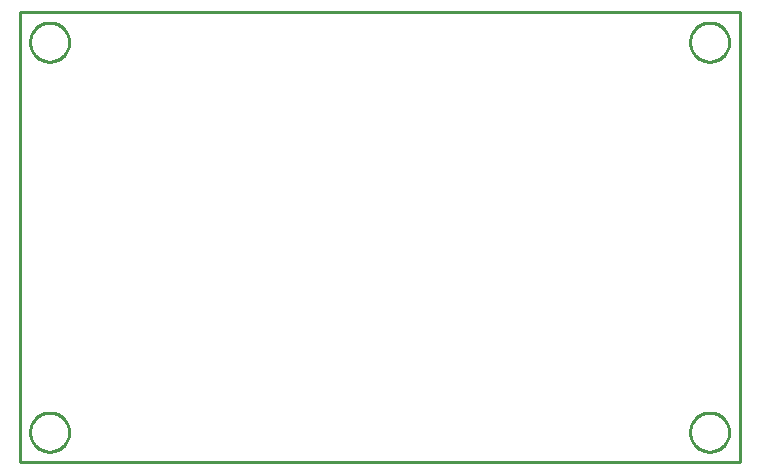
<source format=gko>
G04 EAGLE Gerber RS-274X export*
G75*
%MOMM*%
%FSLAX34Y34*%
%LPD*%
%IN*%
%IPPOS*%
%AMOC8*
5,1,8,0,0,1.08239X$1,22.5*%
G01*
%ADD10C,0.203200*%
%ADD11C,0.000000*%
%ADD12C,0.254000*%


D10*
X0Y381000D02*
X609600Y381000D01*
X609600Y0D01*
X0Y0D01*
X0Y381000D01*
D11*
X8890Y25400D02*
X8895Y25805D01*
X8910Y26210D01*
X8935Y26615D01*
X8970Y27018D01*
X9014Y27421D01*
X9069Y27823D01*
X9133Y28223D01*
X9207Y28621D01*
X9291Y29017D01*
X9385Y29412D01*
X9488Y29803D01*
X9601Y30193D01*
X9723Y30579D01*
X9855Y30962D01*
X9996Y31342D01*
X10147Y31718D01*
X10306Y32091D01*
X10475Y32459D01*
X10653Y32823D01*
X10839Y33183D01*
X11035Y33538D01*
X11239Y33888D01*
X11451Y34233D01*
X11672Y34572D01*
X11902Y34907D01*
X12139Y35235D01*
X12384Y35557D01*
X12638Y35874D01*
X12898Y36184D01*
X13167Y36487D01*
X13443Y36784D01*
X13726Y37074D01*
X14016Y37357D01*
X14313Y37633D01*
X14616Y37902D01*
X14926Y38162D01*
X15243Y38416D01*
X15565Y38661D01*
X15893Y38898D01*
X16228Y39128D01*
X16567Y39349D01*
X16912Y39561D01*
X17262Y39765D01*
X17617Y39961D01*
X17977Y40147D01*
X18341Y40325D01*
X18709Y40494D01*
X19082Y40653D01*
X19458Y40804D01*
X19838Y40945D01*
X20221Y41077D01*
X20607Y41199D01*
X20997Y41312D01*
X21388Y41415D01*
X21783Y41509D01*
X22179Y41593D01*
X22577Y41667D01*
X22977Y41731D01*
X23379Y41786D01*
X23782Y41830D01*
X24185Y41865D01*
X24590Y41890D01*
X24995Y41905D01*
X25400Y41910D01*
X25805Y41905D01*
X26210Y41890D01*
X26615Y41865D01*
X27018Y41830D01*
X27421Y41786D01*
X27823Y41731D01*
X28223Y41667D01*
X28621Y41593D01*
X29017Y41509D01*
X29412Y41415D01*
X29803Y41312D01*
X30193Y41199D01*
X30579Y41077D01*
X30962Y40945D01*
X31342Y40804D01*
X31718Y40653D01*
X32091Y40494D01*
X32459Y40325D01*
X32823Y40147D01*
X33183Y39961D01*
X33538Y39765D01*
X33888Y39561D01*
X34233Y39349D01*
X34572Y39128D01*
X34907Y38898D01*
X35235Y38661D01*
X35557Y38416D01*
X35874Y38162D01*
X36184Y37902D01*
X36487Y37633D01*
X36784Y37357D01*
X37074Y37074D01*
X37357Y36784D01*
X37633Y36487D01*
X37902Y36184D01*
X38162Y35874D01*
X38416Y35557D01*
X38661Y35235D01*
X38898Y34907D01*
X39128Y34572D01*
X39349Y34233D01*
X39561Y33888D01*
X39765Y33538D01*
X39961Y33183D01*
X40147Y32823D01*
X40325Y32459D01*
X40494Y32091D01*
X40653Y31718D01*
X40804Y31342D01*
X40945Y30962D01*
X41077Y30579D01*
X41199Y30193D01*
X41312Y29803D01*
X41415Y29412D01*
X41509Y29017D01*
X41593Y28621D01*
X41667Y28223D01*
X41731Y27823D01*
X41786Y27421D01*
X41830Y27018D01*
X41865Y26615D01*
X41890Y26210D01*
X41905Y25805D01*
X41910Y25400D01*
X41905Y24995D01*
X41890Y24590D01*
X41865Y24185D01*
X41830Y23782D01*
X41786Y23379D01*
X41731Y22977D01*
X41667Y22577D01*
X41593Y22179D01*
X41509Y21783D01*
X41415Y21388D01*
X41312Y20997D01*
X41199Y20607D01*
X41077Y20221D01*
X40945Y19838D01*
X40804Y19458D01*
X40653Y19082D01*
X40494Y18709D01*
X40325Y18341D01*
X40147Y17977D01*
X39961Y17617D01*
X39765Y17262D01*
X39561Y16912D01*
X39349Y16567D01*
X39128Y16228D01*
X38898Y15893D01*
X38661Y15565D01*
X38416Y15243D01*
X38162Y14926D01*
X37902Y14616D01*
X37633Y14313D01*
X37357Y14016D01*
X37074Y13726D01*
X36784Y13443D01*
X36487Y13167D01*
X36184Y12898D01*
X35874Y12638D01*
X35557Y12384D01*
X35235Y12139D01*
X34907Y11902D01*
X34572Y11672D01*
X34233Y11451D01*
X33888Y11239D01*
X33538Y11035D01*
X33183Y10839D01*
X32823Y10653D01*
X32459Y10475D01*
X32091Y10306D01*
X31718Y10147D01*
X31342Y9996D01*
X30962Y9855D01*
X30579Y9723D01*
X30193Y9601D01*
X29803Y9488D01*
X29412Y9385D01*
X29017Y9291D01*
X28621Y9207D01*
X28223Y9133D01*
X27823Y9069D01*
X27421Y9014D01*
X27018Y8970D01*
X26615Y8935D01*
X26210Y8910D01*
X25805Y8895D01*
X25400Y8890D01*
X24995Y8895D01*
X24590Y8910D01*
X24185Y8935D01*
X23782Y8970D01*
X23379Y9014D01*
X22977Y9069D01*
X22577Y9133D01*
X22179Y9207D01*
X21783Y9291D01*
X21388Y9385D01*
X20997Y9488D01*
X20607Y9601D01*
X20221Y9723D01*
X19838Y9855D01*
X19458Y9996D01*
X19082Y10147D01*
X18709Y10306D01*
X18341Y10475D01*
X17977Y10653D01*
X17617Y10839D01*
X17262Y11035D01*
X16912Y11239D01*
X16567Y11451D01*
X16228Y11672D01*
X15893Y11902D01*
X15565Y12139D01*
X15243Y12384D01*
X14926Y12638D01*
X14616Y12898D01*
X14313Y13167D01*
X14016Y13443D01*
X13726Y13726D01*
X13443Y14016D01*
X13167Y14313D01*
X12898Y14616D01*
X12638Y14926D01*
X12384Y15243D01*
X12139Y15565D01*
X11902Y15893D01*
X11672Y16228D01*
X11451Y16567D01*
X11239Y16912D01*
X11035Y17262D01*
X10839Y17617D01*
X10653Y17977D01*
X10475Y18341D01*
X10306Y18709D01*
X10147Y19082D01*
X9996Y19458D01*
X9855Y19838D01*
X9723Y20221D01*
X9601Y20607D01*
X9488Y20997D01*
X9385Y21388D01*
X9291Y21783D01*
X9207Y22179D01*
X9133Y22577D01*
X9069Y22977D01*
X9014Y23379D01*
X8970Y23782D01*
X8935Y24185D01*
X8910Y24590D01*
X8895Y24995D01*
X8890Y25400D01*
X567690Y25400D02*
X567695Y25805D01*
X567710Y26210D01*
X567735Y26615D01*
X567770Y27018D01*
X567814Y27421D01*
X567869Y27823D01*
X567933Y28223D01*
X568007Y28621D01*
X568091Y29017D01*
X568185Y29412D01*
X568288Y29803D01*
X568401Y30193D01*
X568523Y30579D01*
X568655Y30962D01*
X568796Y31342D01*
X568947Y31718D01*
X569106Y32091D01*
X569275Y32459D01*
X569453Y32823D01*
X569639Y33183D01*
X569835Y33538D01*
X570039Y33888D01*
X570251Y34233D01*
X570472Y34572D01*
X570702Y34907D01*
X570939Y35235D01*
X571184Y35557D01*
X571438Y35874D01*
X571698Y36184D01*
X571967Y36487D01*
X572243Y36784D01*
X572526Y37074D01*
X572816Y37357D01*
X573113Y37633D01*
X573416Y37902D01*
X573726Y38162D01*
X574043Y38416D01*
X574365Y38661D01*
X574693Y38898D01*
X575028Y39128D01*
X575367Y39349D01*
X575712Y39561D01*
X576062Y39765D01*
X576417Y39961D01*
X576777Y40147D01*
X577141Y40325D01*
X577509Y40494D01*
X577882Y40653D01*
X578258Y40804D01*
X578638Y40945D01*
X579021Y41077D01*
X579407Y41199D01*
X579797Y41312D01*
X580188Y41415D01*
X580583Y41509D01*
X580979Y41593D01*
X581377Y41667D01*
X581777Y41731D01*
X582179Y41786D01*
X582582Y41830D01*
X582985Y41865D01*
X583390Y41890D01*
X583795Y41905D01*
X584200Y41910D01*
X584605Y41905D01*
X585010Y41890D01*
X585415Y41865D01*
X585818Y41830D01*
X586221Y41786D01*
X586623Y41731D01*
X587023Y41667D01*
X587421Y41593D01*
X587817Y41509D01*
X588212Y41415D01*
X588603Y41312D01*
X588993Y41199D01*
X589379Y41077D01*
X589762Y40945D01*
X590142Y40804D01*
X590518Y40653D01*
X590891Y40494D01*
X591259Y40325D01*
X591623Y40147D01*
X591983Y39961D01*
X592338Y39765D01*
X592688Y39561D01*
X593033Y39349D01*
X593372Y39128D01*
X593707Y38898D01*
X594035Y38661D01*
X594357Y38416D01*
X594674Y38162D01*
X594984Y37902D01*
X595287Y37633D01*
X595584Y37357D01*
X595874Y37074D01*
X596157Y36784D01*
X596433Y36487D01*
X596702Y36184D01*
X596962Y35874D01*
X597216Y35557D01*
X597461Y35235D01*
X597698Y34907D01*
X597928Y34572D01*
X598149Y34233D01*
X598361Y33888D01*
X598565Y33538D01*
X598761Y33183D01*
X598947Y32823D01*
X599125Y32459D01*
X599294Y32091D01*
X599453Y31718D01*
X599604Y31342D01*
X599745Y30962D01*
X599877Y30579D01*
X599999Y30193D01*
X600112Y29803D01*
X600215Y29412D01*
X600309Y29017D01*
X600393Y28621D01*
X600467Y28223D01*
X600531Y27823D01*
X600586Y27421D01*
X600630Y27018D01*
X600665Y26615D01*
X600690Y26210D01*
X600705Y25805D01*
X600710Y25400D01*
X600705Y24995D01*
X600690Y24590D01*
X600665Y24185D01*
X600630Y23782D01*
X600586Y23379D01*
X600531Y22977D01*
X600467Y22577D01*
X600393Y22179D01*
X600309Y21783D01*
X600215Y21388D01*
X600112Y20997D01*
X599999Y20607D01*
X599877Y20221D01*
X599745Y19838D01*
X599604Y19458D01*
X599453Y19082D01*
X599294Y18709D01*
X599125Y18341D01*
X598947Y17977D01*
X598761Y17617D01*
X598565Y17262D01*
X598361Y16912D01*
X598149Y16567D01*
X597928Y16228D01*
X597698Y15893D01*
X597461Y15565D01*
X597216Y15243D01*
X596962Y14926D01*
X596702Y14616D01*
X596433Y14313D01*
X596157Y14016D01*
X595874Y13726D01*
X595584Y13443D01*
X595287Y13167D01*
X594984Y12898D01*
X594674Y12638D01*
X594357Y12384D01*
X594035Y12139D01*
X593707Y11902D01*
X593372Y11672D01*
X593033Y11451D01*
X592688Y11239D01*
X592338Y11035D01*
X591983Y10839D01*
X591623Y10653D01*
X591259Y10475D01*
X590891Y10306D01*
X590518Y10147D01*
X590142Y9996D01*
X589762Y9855D01*
X589379Y9723D01*
X588993Y9601D01*
X588603Y9488D01*
X588212Y9385D01*
X587817Y9291D01*
X587421Y9207D01*
X587023Y9133D01*
X586623Y9069D01*
X586221Y9014D01*
X585818Y8970D01*
X585415Y8935D01*
X585010Y8910D01*
X584605Y8895D01*
X584200Y8890D01*
X583795Y8895D01*
X583390Y8910D01*
X582985Y8935D01*
X582582Y8970D01*
X582179Y9014D01*
X581777Y9069D01*
X581377Y9133D01*
X580979Y9207D01*
X580583Y9291D01*
X580188Y9385D01*
X579797Y9488D01*
X579407Y9601D01*
X579021Y9723D01*
X578638Y9855D01*
X578258Y9996D01*
X577882Y10147D01*
X577509Y10306D01*
X577141Y10475D01*
X576777Y10653D01*
X576417Y10839D01*
X576062Y11035D01*
X575712Y11239D01*
X575367Y11451D01*
X575028Y11672D01*
X574693Y11902D01*
X574365Y12139D01*
X574043Y12384D01*
X573726Y12638D01*
X573416Y12898D01*
X573113Y13167D01*
X572816Y13443D01*
X572526Y13726D01*
X572243Y14016D01*
X571967Y14313D01*
X571698Y14616D01*
X571438Y14926D01*
X571184Y15243D01*
X570939Y15565D01*
X570702Y15893D01*
X570472Y16228D01*
X570251Y16567D01*
X570039Y16912D01*
X569835Y17262D01*
X569639Y17617D01*
X569453Y17977D01*
X569275Y18341D01*
X569106Y18709D01*
X568947Y19082D01*
X568796Y19458D01*
X568655Y19838D01*
X568523Y20221D01*
X568401Y20607D01*
X568288Y20997D01*
X568185Y21388D01*
X568091Y21783D01*
X568007Y22179D01*
X567933Y22577D01*
X567869Y22977D01*
X567814Y23379D01*
X567770Y23782D01*
X567735Y24185D01*
X567710Y24590D01*
X567695Y24995D01*
X567690Y25400D01*
X567690Y355600D02*
X567695Y356005D01*
X567710Y356410D01*
X567735Y356815D01*
X567770Y357218D01*
X567814Y357621D01*
X567869Y358023D01*
X567933Y358423D01*
X568007Y358821D01*
X568091Y359217D01*
X568185Y359612D01*
X568288Y360003D01*
X568401Y360393D01*
X568523Y360779D01*
X568655Y361162D01*
X568796Y361542D01*
X568947Y361918D01*
X569106Y362291D01*
X569275Y362659D01*
X569453Y363023D01*
X569639Y363383D01*
X569835Y363738D01*
X570039Y364088D01*
X570251Y364433D01*
X570472Y364772D01*
X570702Y365107D01*
X570939Y365435D01*
X571184Y365757D01*
X571438Y366074D01*
X571698Y366384D01*
X571967Y366687D01*
X572243Y366984D01*
X572526Y367274D01*
X572816Y367557D01*
X573113Y367833D01*
X573416Y368102D01*
X573726Y368362D01*
X574043Y368616D01*
X574365Y368861D01*
X574693Y369098D01*
X575028Y369328D01*
X575367Y369549D01*
X575712Y369761D01*
X576062Y369965D01*
X576417Y370161D01*
X576777Y370347D01*
X577141Y370525D01*
X577509Y370694D01*
X577882Y370853D01*
X578258Y371004D01*
X578638Y371145D01*
X579021Y371277D01*
X579407Y371399D01*
X579797Y371512D01*
X580188Y371615D01*
X580583Y371709D01*
X580979Y371793D01*
X581377Y371867D01*
X581777Y371931D01*
X582179Y371986D01*
X582582Y372030D01*
X582985Y372065D01*
X583390Y372090D01*
X583795Y372105D01*
X584200Y372110D01*
X584605Y372105D01*
X585010Y372090D01*
X585415Y372065D01*
X585818Y372030D01*
X586221Y371986D01*
X586623Y371931D01*
X587023Y371867D01*
X587421Y371793D01*
X587817Y371709D01*
X588212Y371615D01*
X588603Y371512D01*
X588993Y371399D01*
X589379Y371277D01*
X589762Y371145D01*
X590142Y371004D01*
X590518Y370853D01*
X590891Y370694D01*
X591259Y370525D01*
X591623Y370347D01*
X591983Y370161D01*
X592338Y369965D01*
X592688Y369761D01*
X593033Y369549D01*
X593372Y369328D01*
X593707Y369098D01*
X594035Y368861D01*
X594357Y368616D01*
X594674Y368362D01*
X594984Y368102D01*
X595287Y367833D01*
X595584Y367557D01*
X595874Y367274D01*
X596157Y366984D01*
X596433Y366687D01*
X596702Y366384D01*
X596962Y366074D01*
X597216Y365757D01*
X597461Y365435D01*
X597698Y365107D01*
X597928Y364772D01*
X598149Y364433D01*
X598361Y364088D01*
X598565Y363738D01*
X598761Y363383D01*
X598947Y363023D01*
X599125Y362659D01*
X599294Y362291D01*
X599453Y361918D01*
X599604Y361542D01*
X599745Y361162D01*
X599877Y360779D01*
X599999Y360393D01*
X600112Y360003D01*
X600215Y359612D01*
X600309Y359217D01*
X600393Y358821D01*
X600467Y358423D01*
X600531Y358023D01*
X600586Y357621D01*
X600630Y357218D01*
X600665Y356815D01*
X600690Y356410D01*
X600705Y356005D01*
X600710Y355600D01*
X600705Y355195D01*
X600690Y354790D01*
X600665Y354385D01*
X600630Y353982D01*
X600586Y353579D01*
X600531Y353177D01*
X600467Y352777D01*
X600393Y352379D01*
X600309Y351983D01*
X600215Y351588D01*
X600112Y351197D01*
X599999Y350807D01*
X599877Y350421D01*
X599745Y350038D01*
X599604Y349658D01*
X599453Y349282D01*
X599294Y348909D01*
X599125Y348541D01*
X598947Y348177D01*
X598761Y347817D01*
X598565Y347462D01*
X598361Y347112D01*
X598149Y346767D01*
X597928Y346428D01*
X597698Y346093D01*
X597461Y345765D01*
X597216Y345443D01*
X596962Y345126D01*
X596702Y344816D01*
X596433Y344513D01*
X596157Y344216D01*
X595874Y343926D01*
X595584Y343643D01*
X595287Y343367D01*
X594984Y343098D01*
X594674Y342838D01*
X594357Y342584D01*
X594035Y342339D01*
X593707Y342102D01*
X593372Y341872D01*
X593033Y341651D01*
X592688Y341439D01*
X592338Y341235D01*
X591983Y341039D01*
X591623Y340853D01*
X591259Y340675D01*
X590891Y340506D01*
X590518Y340347D01*
X590142Y340196D01*
X589762Y340055D01*
X589379Y339923D01*
X588993Y339801D01*
X588603Y339688D01*
X588212Y339585D01*
X587817Y339491D01*
X587421Y339407D01*
X587023Y339333D01*
X586623Y339269D01*
X586221Y339214D01*
X585818Y339170D01*
X585415Y339135D01*
X585010Y339110D01*
X584605Y339095D01*
X584200Y339090D01*
X583795Y339095D01*
X583390Y339110D01*
X582985Y339135D01*
X582582Y339170D01*
X582179Y339214D01*
X581777Y339269D01*
X581377Y339333D01*
X580979Y339407D01*
X580583Y339491D01*
X580188Y339585D01*
X579797Y339688D01*
X579407Y339801D01*
X579021Y339923D01*
X578638Y340055D01*
X578258Y340196D01*
X577882Y340347D01*
X577509Y340506D01*
X577141Y340675D01*
X576777Y340853D01*
X576417Y341039D01*
X576062Y341235D01*
X575712Y341439D01*
X575367Y341651D01*
X575028Y341872D01*
X574693Y342102D01*
X574365Y342339D01*
X574043Y342584D01*
X573726Y342838D01*
X573416Y343098D01*
X573113Y343367D01*
X572816Y343643D01*
X572526Y343926D01*
X572243Y344216D01*
X571967Y344513D01*
X571698Y344816D01*
X571438Y345126D01*
X571184Y345443D01*
X570939Y345765D01*
X570702Y346093D01*
X570472Y346428D01*
X570251Y346767D01*
X570039Y347112D01*
X569835Y347462D01*
X569639Y347817D01*
X569453Y348177D01*
X569275Y348541D01*
X569106Y348909D01*
X568947Y349282D01*
X568796Y349658D01*
X568655Y350038D01*
X568523Y350421D01*
X568401Y350807D01*
X568288Y351197D01*
X568185Y351588D01*
X568091Y351983D01*
X568007Y352379D01*
X567933Y352777D01*
X567869Y353177D01*
X567814Y353579D01*
X567770Y353982D01*
X567735Y354385D01*
X567710Y354790D01*
X567695Y355195D01*
X567690Y355600D01*
X8890Y355600D02*
X8895Y356005D01*
X8910Y356410D01*
X8935Y356815D01*
X8970Y357218D01*
X9014Y357621D01*
X9069Y358023D01*
X9133Y358423D01*
X9207Y358821D01*
X9291Y359217D01*
X9385Y359612D01*
X9488Y360003D01*
X9601Y360393D01*
X9723Y360779D01*
X9855Y361162D01*
X9996Y361542D01*
X10147Y361918D01*
X10306Y362291D01*
X10475Y362659D01*
X10653Y363023D01*
X10839Y363383D01*
X11035Y363738D01*
X11239Y364088D01*
X11451Y364433D01*
X11672Y364772D01*
X11902Y365107D01*
X12139Y365435D01*
X12384Y365757D01*
X12638Y366074D01*
X12898Y366384D01*
X13167Y366687D01*
X13443Y366984D01*
X13726Y367274D01*
X14016Y367557D01*
X14313Y367833D01*
X14616Y368102D01*
X14926Y368362D01*
X15243Y368616D01*
X15565Y368861D01*
X15893Y369098D01*
X16228Y369328D01*
X16567Y369549D01*
X16912Y369761D01*
X17262Y369965D01*
X17617Y370161D01*
X17977Y370347D01*
X18341Y370525D01*
X18709Y370694D01*
X19082Y370853D01*
X19458Y371004D01*
X19838Y371145D01*
X20221Y371277D01*
X20607Y371399D01*
X20997Y371512D01*
X21388Y371615D01*
X21783Y371709D01*
X22179Y371793D01*
X22577Y371867D01*
X22977Y371931D01*
X23379Y371986D01*
X23782Y372030D01*
X24185Y372065D01*
X24590Y372090D01*
X24995Y372105D01*
X25400Y372110D01*
X25805Y372105D01*
X26210Y372090D01*
X26615Y372065D01*
X27018Y372030D01*
X27421Y371986D01*
X27823Y371931D01*
X28223Y371867D01*
X28621Y371793D01*
X29017Y371709D01*
X29412Y371615D01*
X29803Y371512D01*
X30193Y371399D01*
X30579Y371277D01*
X30962Y371145D01*
X31342Y371004D01*
X31718Y370853D01*
X32091Y370694D01*
X32459Y370525D01*
X32823Y370347D01*
X33183Y370161D01*
X33538Y369965D01*
X33888Y369761D01*
X34233Y369549D01*
X34572Y369328D01*
X34907Y369098D01*
X35235Y368861D01*
X35557Y368616D01*
X35874Y368362D01*
X36184Y368102D01*
X36487Y367833D01*
X36784Y367557D01*
X37074Y367274D01*
X37357Y366984D01*
X37633Y366687D01*
X37902Y366384D01*
X38162Y366074D01*
X38416Y365757D01*
X38661Y365435D01*
X38898Y365107D01*
X39128Y364772D01*
X39349Y364433D01*
X39561Y364088D01*
X39765Y363738D01*
X39961Y363383D01*
X40147Y363023D01*
X40325Y362659D01*
X40494Y362291D01*
X40653Y361918D01*
X40804Y361542D01*
X40945Y361162D01*
X41077Y360779D01*
X41199Y360393D01*
X41312Y360003D01*
X41415Y359612D01*
X41509Y359217D01*
X41593Y358821D01*
X41667Y358423D01*
X41731Y358023D01*
X41786Y357621D01*
X41830Y357218D01*
X41865Y356815D01*
X41890Y356410D01*
X41905Y356005D01*
X41910Y355600D01*
X41905Y355195D01*
X41890Y354790D01*
X41865Y354385D01*
X41830Y353982D01*
X41786Y353579D01*
X41731Y353177D01*
X41667Y352777D01*
X41593Y352379D01*
X41509Y351983D01*
X41415Y351588D01*
X41312Y351197D01*
X41199Y350807D01*
X41077Y350421D01*
X40945Y350038D01*
X40804Y349658D01*
X40653Y349282D01*
X40494Y348909D01*
X40325Y348541D01*
X40147Y348177D01*
X39961Y347817D01*
X39765Y347462D01*
X39561Y347112D01*
X39349Y346767D01*
X39128Y346428D01*
X38898Y346093D01*
X38661Y345765D01*
X38416Y345443D01*
X38162Y345126D01*
X37902Y344816D01*
X37633Y344513D01*
X37357Y344216D01*
X37074Y343926D01*
X36784Y343643D01*
X36487Y343367D01*
X36184Y343098D01*
X35874Y342838D01*
X35557Y342584D01*
X35235Y342339D01*
X34907Y342102D01*
X34572Y341872D01*
X34233Y341651D01*
X33888Y341439D01*
X33538Y341235D01*
X33183Y341039D01*
X32823Y340853D01*
X32459Y340675D01*
X32091Y340506D01*
X31718Y340347D01*
X31342Y340196D01*
X30962Y340055D01*
X30579Y339923D01*
X30193Y339801D01*
X29803Y339688D01*
X29412Y339585D01*
X29017Y339491D01*
X28621Y339407D01*
X28223Y339333D01*
X27823Y339269D01*
X27421Y339214D01*
X27018Y339170D01*
X26615Y339135D01*
X26210Y339110D01*
X25805Y339095D01*
X25400Y339090D01*
X24995Y339095D01*
X24590Y339110D01*
X24185Y339135D01*
X23782Y339170D01*
X23379Y339214D01*
X22977Y339269D01*
X22577Y339333D01*
X22179Y339407D01*
X21783Y339491D01*
X21388Y339585D01*
X20997Y339688D01*
X20607Y339801D01*
X20221Y339923D01*
X19838Y340055D01*
X19458Y340196D01*
X19082Y340347D01*
X18709Y340506D01*
X18341Y340675D01*
X17977Y340853D01*
X17617Y341039D01*
X17262Y341235D01*
X16912Y341439D01*
X16567Y341651D01*
X16228Y341872D01*
X15893Y342102D01*
X15565Y342339D01*
X15243Y342584D01*
X14926Y342838D01*
X14616Y343098D01*
X14313Y343367D01*
X14016Y343643D01*
X13726Y343926D01*
X13443Y344216D01*
X13167Y344513D01*
X12898Y344816D01*
X12638Y345126D01*
X12384Y345443D01*
X12139Y345765D01*
X11902Y346093D01*
X11672Y346428D01*
X11451Y346767D01*
X11239Y347112D01*
X11035Y347462D01*
X10839Y347817D01*
X10653Y348177D01*
X10475Y348541D01*
X10306Y348909D01*
X10147Y349282D01*
X9996Y349658D01*
X9855Y350038D01*
X9723Y350421D01*
X9601Y350807D01*
X9488Y351197D01*
X9385Y351588D01*
X9291Y351983D01*
X9207Y352379D01*
X9133Y352777D01*
X9069Y353177D01*
X9014Y353579D01*
X8970Y353982D01*
X8935Y354385D01*
X8910Y354790D01*
X8895Y355195D01*
X8890Y355600D01*
D12*
X0Y0D02*
X609600Y0D01*
X609600Y381000D01*
X0Y381000D01*
X0Y0D01*
X41910Y24860D02*
X41839Y23781D01*
X41698Y22709D01*
X41487Y21649D01*
X41208Y20605D01*
X40860Y19581D01*
X40446Y18583D01*
X39968Y17613D01*
X39428Y16677D01*
X38827Y15778D01*
X38169Y14921D01*
X37457Y14108D01*
X36692Y13344D01*
X35879Y12631D01*
X35022Y11973D01*
X34123Y11372D01*
X33187Y10832D01*
X32217Y10354D01*
X31219Y9940D01*
X30195Y9592D01*
X29151Y9313D01*
X28091Y9102D01*
X27019Y8961D01*
X25940Y8890D01*
X24860Y8890D01*
X23781Y8961D01*
X22709Y9102D01*
X21649Y9313D01*
X20605Y9592D01*
X19581Y9940D01*
X18583Y10354D01*
X17613Y10832D01*
X16677Y11372D01*
X15778Y11973D01*
X14921Y12631D01*
X14108Y13344D01*
X13344Y14108D01*
X12631Y14921D01*
X11973Y15778D01*
X11372Y16677D01*
X10832Y17613D01*
X10354Y18583D01*
X9940Y19581D01*
X9592Y20605D01*
X9313Y21649D01*
X9102Y22709D01*
X8961Y23781D01*
X8890Y24860D01*
X8890Y25940D01*
X8961Y27019D01*
X9102Y28091D01*
X9313Y29151D01*
X9592Y30195D01*
X9940Y31219D01*
X10354Y32217D01*
X10832Y33187D01*
X11372Y34123D01*
X11973Y35022D01*
X12631Y35879D01*
X13344Y36692D01*
X14108Y37457D01*
X14921Y38169D01*
X15778Y38827D01*
X16677Y39428D01*
X17613Y39968D01*
X18583Y40446D01*
X19581Y40860D01*
X20605Y41208D01*
X21649Y41487D01*
X22709Y41698D01*
X23781Y41839D01*
X24860Y41910D01*
X25940Y41910D01*
X27019Y41839D01*
X28091Y41698D01*
X29151Y41487D01*
X30195Y41208D01*
X31219Y40860D01*
X32217Y40446D01*
X33187Y39968D01*
X34123Y39428D01*
X35022Y38827D01*
X35879Y38169D01*
X36692Y37457D01*
X37457Y36692D01*
X38169Y35879D01*
X38827Y35022D01*
X39428Y34123D01*
X39968Y33187D01*
X40446Y32217D01*
X40860Y31219D01*
X41208Y30195D01*
X41487Y29151D01*
X41698Y28091D01*
X41839Y27019D01*
X41910Y25940D01*
X41910Y24860D01*
X600710Y24860D02*
X600639Y23781D01*
X600498Y22709D01*
X600287Y21649D01*
X600008Y20605D01*
X599660Y19581D01*
X599246Y18583D01*
X598768Y17613D01*
X598228Y16677D01*
X597627Y15778D01*
X596969Y14921D01*
X596257Y14108D01*
X595492Y13344D01*
X594679Y12631D01*
X593822Y11973D01*
X592923Y11372D01*
X591987Y10832D01*
X591017Y10354D01*
X590019Y9940D01*
X588995Y9592D01*
X587951Y9313D01*
X586891Y9102D01*
X585819Y8961D01*
X584740Y8890D01*
X583660Y8890D01*
X582581Y8961D01*
X581509Y9102D01*
X580449Y9313D01*
X579405Y9592D01*
X578381Y9940D01*
X577383Y10354D01*
X576413Y10832D01*
X575477Y11372D01*
X574578Y11973D01*
X573721Y12631D01*
X572908Y13344D01*
X572144Y14108D01*
X571431Y14921D01*
X570773Y15778D01*
X570172Y16677D01*
X569632Y17613D01*
X569154Y18583D01*
X568740Y19581D01*
X568392Y20605D01*
X568113Y21649D01*
X567902Y22709D01*
X567761Y23781D01*
X567690Y24860D01*
X567690Y25940D01*
X567761Y27019D01*
X567902Y28091D01*
X568113Y29151D01*
X568392Y30195D01*
X568740Y31219D01*
X569154Y32217D01*
X569632Y33187D01*
X570172Y34123D01*
X570773Y35022D01*
X571431Y35879D01*
X572144Y36692D01*
X572908Y37457D01*
X573721Y38169D01*
X574578Y38827D01*
X575477Y39428D01*
X576413Y39968D01*
X577383Y40446D01*
X578381Y40860D01*
X579405Y41208D01*
X580449Y41487D01*
X581509Y41698D01*
X582581Y41839D01*
X583660Y41910D01*
X584740Y41910D01*
X585819Y41839D01*
X586891Y41698D01*
X587951Y41487D01*
X588995Y41208D01*
X590019Y40860D01*
X591017Y40446D01*
X591987Y39968D01*
X592923Y39428D01*
X593822Y38827D01*
X594679Y38169D01*
X595492Y37457D01*
X596257Y36692D01*
X596969Y35879D01*
X597627Y35022D01*
X598228Y34123D01*
X598768Y33187D01*
X599246Y32217D01*
X599660Y31219D01*
X600008Y30195D01*
X600287Y29151D01*
X600498Y28091D01*
X600639Y27019D01*
X600710Y25940D01*
X600710Y24860D01*
X600710Y355060D02*
X600639Y353981D01*
X600498Y352909D01*
X600287Y351849D01*
X600008Y350805D01*
X599660Y349781D01*
X599246Y348783D01*
X598768Y347813D01*
X598228Y346877D01*
X597627Y345978D01*
X596969Y345121D01*
X596257Y344308D01*
X595492Y343544D01*
X594679Y342831D01*
X593822Y342173D01*
X592923Y341572D01*
X591987Y341032D01*
X591017Y340554D01*
X590019Y340140D01*
X588995Y339792D01*
X587951Y339513D01*
X586891Y339302D01*
X585819Y339161D01*
X584740Y339090D01*
X583660Y339090D01*
X582581Y339161D01*
X581509Y339302D01*
X580449Y339513D01*
X579405Y339792D01*
X578381Y340140D01*
X577383Y340554D01*
X576413Y341032D01*
X575477Y341572D01*
X574578Y342173D01*
X573721Y342831D01*
X572908Y343544D01*
X572144Y344308D01*
X571431Y345121D01*
X570773Y345978D01*
X570172Y346877D01*
X569632Y347813D01*
X569154Y348783D01*
X568740Y349781D01*
X568392Y350805D01*
X568113Y351849D01*
X567902Y352909D01*
X567761Y353981D01*
X567690Y355060D01*
X567690Y356140D01*
X567761Y357219D01*
X567902Y358291D01*
X568113Y359351D01*
X568392Y360395D01*
X568740Y361419D01*
X569154Y362417D01*
X569632Y363387D01*
X570172Y364323D01*
X570773Y365222D01*
X571431Y366079D01*
X572144Y366892D01*
X572908Y367657D01*
X573721Y368369D01*
X574578Y369027D01*
X575477Y369628D01*
X576413Y370168D01*
X577383Y370646D01*
X578381Y371060D01*
X579405Y371408D01*
X580449Y371687D01*
X581509Y371898D01*
X582581Y372039D01*
X583660Y372110D01*
X584740Y372110D01*
X585819Y372039D01*
X586891Y371898D01*
X587951Y371687D01*
X588995Y371408D01*
X590019Y371060D01*
X591017Y370646D01*
X591987Y370168D01*
X592923Y369628D01*
X593822Y369027D01*
X594679Y368369D01*
X595492Y367657D01*
X596257Y366892D01*
X596969Y366079D01*
X597627Y365222D01*
X598228Y364323D01*
X598768Y363387D01*
X599246Y362417D01*
X599660Y361419D01*
X600008Y360395D01*
X600287Y359351D01*
X600498Y358291D01*
X600639Y357219D01*
X600710Y356140D01*
X600710Y355060D01*
X41910Y355060D02*
X41839Y353981D01*
X41698Y352909D01*
X41487Y351849D01*
X41208Y350805D01*
X40860Y349781D01*
X40446Y348783D01*
X39968Y347813D01*
X39428Y346877D01*
X38827Y345978D01*
X38169Y345121D01*
X37457Y344308D01*
X36692Y343544D01*
X35879Y342831D01*
X35022Y342173D01*
X34123Y341572D01*
X33187Y341032D01*
X32217Y340554D01*
X31219Y340140D01*
X30195Y339792D01*
X29151Y339513D01*
X28091Y339302D01*
X27019Y339161D01*
X25940Y339090D01*
X24860Y339090D01*
X23781Y339161D01*
X22709Y339302D01*
X21649Y339513D01*
X20605Y339792D01*
X19581Y340140D01*
X18583Y340554D01*
X17613Y341032D01*
X16677Y341572D01*
X15778Y342173D01*
X14921Y342831D01*
X14108Y343544D01*
X13344Y344308D01*
X12631Y345121D01*
X11973Y345978D01*
X11372Y346877D01*
X10832Y347813D01*
X10354Y348783D01*
X9940Y349781D01*
X9592Y350805D01*
X9313Y351849D01*
X9102Y352909D01*
X8961Y353981D01*
X8890Y355060D01*
X8890Y356140D01*
X8961Y357219D01*
X9102Y358291D01*
X9313Y359351D01*
X9592Y360395D01*
X9940Y361419D01*
X10354Y362417D01*
X10832Y363387D01*
X11372Y364323D01*
X11973Y365222D01*
X12631Y366079D01*
X13344Y366892D01*
X14108Y367657D01*
X14921Y368369D01*
X15778Y369027D01*
X16677Y369628D01*
X17613Y370168D01*
X18583Y370646D01*
X19581Y371060D01*
X20605Y371408D01*
X21649Y371687D01*
X22709Y371898D01*
X23781Y372039D01*
X24860Y372110D01*
X25940Y372110D01*
X27019Y372039D01*
X28091Y371898D01*
X29151Y371687D01*
X30195Y371408D01*
X31219Y371060D01*
X32217Y370646D01*
X33187Y370168D01*
X34123Y369628D01*
X35022Y369027D01*
X35879Y368369D01*
X36692Y367657D01*
X37457Y366892D01*
X38169Y366079D01*
X38827Y365222D01*
X39428Y364323D01*
X39968Y363387D01*
X40446Y362417D01*
X40860Y361419D01*
X41208Y360395D01*
X41487Y359351D01*
X41698Y358291D01*
X41839Y357219D01*
X41910Y356140D01*
X41910Y355060D01*
M02*

</source>
